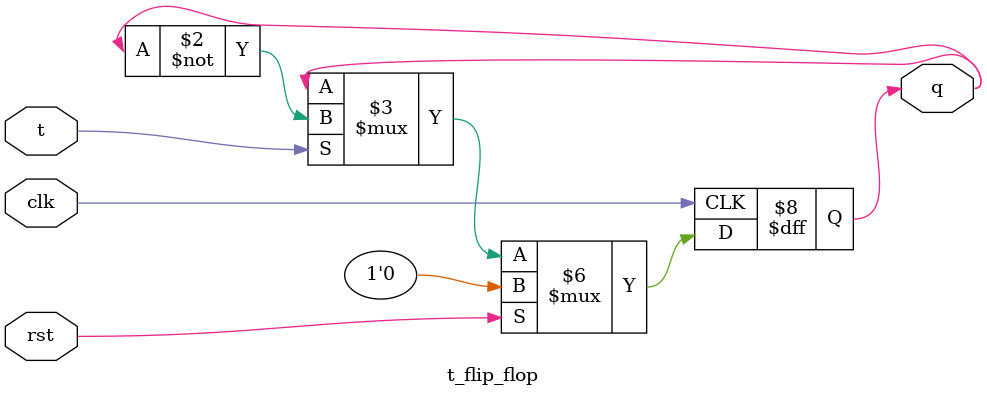
<source format=v>
module t_flip_flop (t, clk, rst, q);
    input t, clk, rst;
    output reg q;


	always @(posedge clk) begin
		if (rst) begin
			q <= 0;
		end else if (t) begin
			q <= ~q;
		end 
	end
endmodule
</source>
